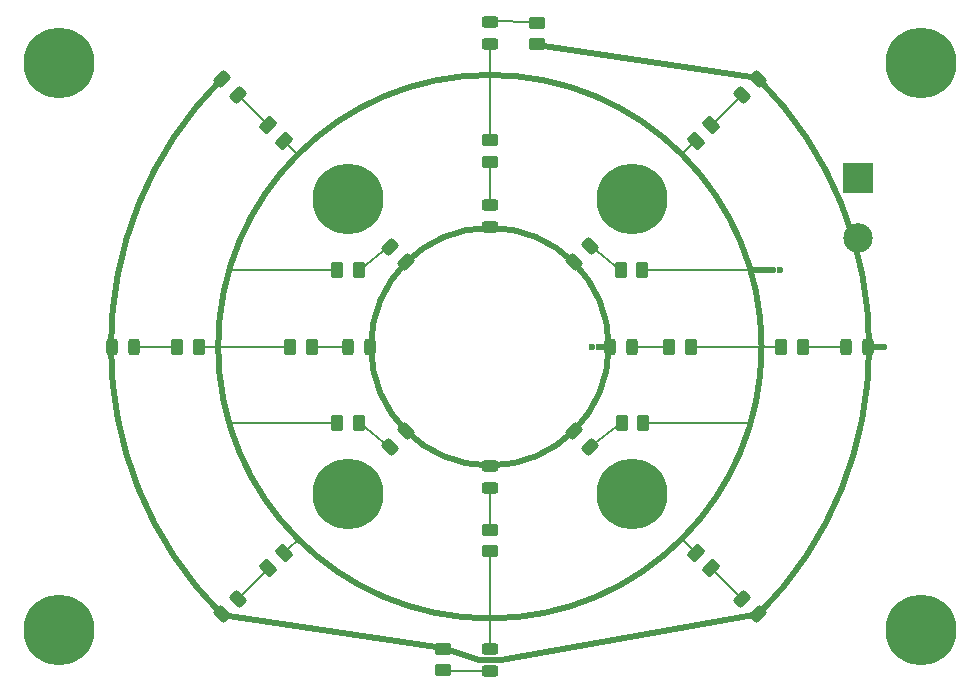
<source format=gtl>
%TF.GenerationSoftware,KiCad,Pcbnew,8.0.7*%
%TF.CreationDate,2025-01-15T23:21:58+00:00*%
%TF.ProjectId,PNP Camera,504e5020-4361-46d6-9572-612e6b696361,rev?*%
%TF.SameCoordinates,Original*%
%TF.FileFunction,Copper,L1,Top*%
%TF.FilePolarity,Positive*%
%FSLAX46Y46*%
G04 Gerber Fmt 4.6, Leading zero omitted, Abs format (unit mm)*
G04 Created by KiCad (PCBNEW 8.0.7) date 2025-01-15 23:21:58*
%MOMM*%
%LPD*%
G01*
G04 APERTURE LIST*
G04 Aperture macros list*
%AMRoundRect*
0 Rectangle with rounded corners*
0 $1 Rounding radius*
0 $2 $3 $4 $5 $6 $7 $8 $9 X,Y pos of 4 corners*
0 Add a 4 corners polygon primitive as box body*
4,1,4,$2,$3,$4,$5,$6,$7,$8,$9,$2,$3,0*
0 Add four circle primitives for the rounded corners*
1,1,$1+$1,$2,$3*
1,1,$1+$1,$4,$5*
1,1,$1+$1,$6,$7*
1,1,$1+$1,$8,$9*
0 Add four rect primitives between the rounded corners*
20,1,$1+$1,$2,$3,$4,$5,0*
20,1,$1+$1,$4,$5,$6,$7,0*
20,1,$1+$1,$6,$7,$8,$9,0*
20,1,$1+$1,$8,$9,$2,$3,0*%
G04 Aperture macros list end*
%TA.AperFunction,Conductor*%
%ADD10C,0.500000*%
%TD*%
%TA.AperFunction,Conductor*%
%ADD11C,0.200000*%
%TD*%
%TA.AperFunction,NonConductor*%
%ADD12C,0.200000*%
%TD*%
%TA.AperFunction,SMDPad,CuDef*%
%ADD13RoundRect,0.243750X0.243750X0.456250X-0.243750X0.456250X-0.243750X-0.456250X0.243750X-0.456250X0*%
%TD*%
%TA.AperFunction,SMDPad,CuDef*%
%ADD14RoundRect,0.243750X-0.150260X0.494975X-0.494975X0.150260X0.150260X-0.494975X0.494975X-0.150260X0*%
%TD*%
%TA.AperFunction,SMDPad,CuDef*%
%ADD15RoundRect,0.250000X-0.450000X0.262500X-0.450000X-0.262500X0.450000X-0.262500X0.450000X0.262500X0*%
%TD*%
%TA.AperFunction,ComponentPad*%
%ADD16C,6.000000*%
%TD*%
%TA.AperFunction,SMDPad,CuDef*%
%ADD17RoundRect,0.243750X0.456250X-0.243750X0.456250X0.243750X-0.456250X0.243750X-0.456250X-0.243750X0*%
%TD*%
%TA.AperFunction,SMDPad,CuDef*%
%ADD18RoundRect,0.250000X-0.262500X-0.450000X0.262500X-0.450000X0.262500X0.450000X-0.262500X0.450000X0*%
%TD*%
%TA.AperFunction,SMDPad,CuDef*%
%ADD19RoundRect,0.243750X-0.494975X-0.150260X-0.150260X-0.494975X0.494975X0.150260X0.150260X0.494975X0*%
%TD*%
%TA.AperFunction,SMDPad,CuDef*%
%ADD20RoundRect,0.243750X0.150260X-0.494975X0.494975X-0.150260X-0.150260X0.494975X-0.494975X0.150260X0*%
%TD*%
%TA.AperFunction,SMDPad,CuDef*%
%ADD21RoundRect,0.243750X0.494975X0.150260X0.150260X0.494975X-0.494975X-0.150260X-0.150260X-0.494975X0*%
%TD*%
%TA.AperFunction,SMDPad,CuDef*%
%ADD22RoundRect,0.250000X0.262500X0.450000X-0.262500X0.450000X-0.262500X-0.450000X0.262500X-0.450000X0*%
%TD*%
%TA.AperFunction,SMDPad,CuDef*%
%ADD23RoundRect,0.250000X0.450000X-0.262500X0.450000X0.262500X-0.450000X0.262500X-0.450000X-0.262500X0*%
%TD*%
%TA.AperFunction,SMDPad,CuDef*%
%ADD24RoundRect,0.250000X0.503814X0.132583X0.132583X0.503814X-0.503814X-0.132583X-0.132583X-0.503814X0*%
%TD*%
%TA.AperFunction,SMDPad,CuDef*%
%ADD25RoundRect,0.250000X-0.132583X0.503814X-0.503814X0.132583X0.132583X-0.503814X0.503814X-0.132583X0*%
%TD*%
%TA.AperFunction,SMDPad,CuDef*%
%ADD26RoundRect,0.250000X-0.503814X-0.132583X-0.132583X-0.503814X0.503814X0.132583X0.132583X0.503814X0*%
%TD*%
%TA.AperFunction,SMDPad,CuDef*%
%ADD27RoundRect,0.243750X-0.456250X0.243750X-0.456250X-0.243750X0.456250X-0.243750X0.456250X0.243750X0*%
%TD*%
%TA.AperFunction,SMDPad,CuDef*%
%ADD28RoundRect,0.243750X-0.243750X-0.456250X0.243750X-0.456250X0.243750X0.456250X-0.243750X0.456250X0*%
%TD*%
%TA.AperFunction,SMDPad,CuDef*%
%ADD29RoundRect,0.250000X0.132583X-0.503814X0.503814X-0.132583X-0.132583X0.503814X-0.503814X0.132583X0*%
%TD*%
%TA.AperFunction,ComponentPad*%
%ADD30R,2.500000X2.500000*%
%TD*%
%TA.AperFunction,ComponentPad*%
%ADD31C,2.500000*%
%TD*%
%TA.AperFunction,ViaPad*%
%ADD32C,0.600000*%
%TD*%
%ADD33C,0.300000*%
%ADD34C,0.350000*%
G04 APERTURE END LIST*
D10*
%TO.N,GND*%
X121950000Y-95000002D02*
X143813141Y-91100859D01*
X120050000Y-95000001D02*
X121950000Y-95000002D01*
X117000000Y-94000000D02*
X120050000Y-95000001D01*
D11*
%TO.N,VCC*%
X145573815Y-68500002D02*
X144005434Y-68500000D01*
X103607107Y-85892893D02*
X104650000Y-84925000D01*
D10*
%TO.N,GND*%
X98321030Y-91207107D02*
G75*
G02*
X98321030Y-45792893I22707110J22707107D01*
G01*
D12*
X94426185Y-68500002D02*
X91075000Y-68500000D01*
X121000001Y-40937501D02*
X125000000Y-41000000D01*
D11*
%TO.N,Net-(D1-A)*%
X132000000Y-62000000D02*
X129527107Y-59962893D01*
%TO.N,VCC*%
X108000000Y-62000000D02*
X99000000Y-62000000D01*
X121000000Y-50912500D02*
X121000000Y-45494566D01*
X104000000Y-68500000D02*
X97994566Y-68500000D01*
X121000000Y-85912500D02*
X121000000Y-91505434D01*
X134000000Y-62000000D02*
X143000000Y-62000000D01*
X138392893Y-51107107D02*
X137300000Y-52225000D01*
D12*
X121000000Y-56432028D02*
X121000000Y-52912500D01*
X121000000Y-80567973D02*
X121000000Y-83912500D01*
D10*
%TO.N,GND*%
X117000000Y-94000000D02*
X98292893Y-91207107D01*
D12*
X121000000Y-96000002D02*
X117000000Y-96000000D01*
D11*
%TO.N,VCC*%
X103607107Y-51107107D02*
X104675000Y-52150000D01*
X108000000Y-75000000D02*
X99000000Y-75000000D01*
D12*
X139807107Y-49692893D02*
X142400000Y-47100000D01*
X102192893Y-87307107D02*
X99550000Y-89950000D01*
D11*
%TO.N,GND*%
X147573815Y-68500002D02*
X151100000Y-68500000D01*
D10*
X143707107Y-45792893D02*
X125000000Y-43000000D01*
D12*
X112492893Y-77007107D02*
X110000000Y-75000000D01*
D10*
%TO.N,VCC*%
X144005434Y-68500000D02*
G75*
G02*
X97994566Y-68500000I-23005434J0D01*
G01*
X97994566Y-68500000D02*
G75*
G02*
X144005434Y-68500000I23005434J0D01*
G01*
D12*
X139900000Y-87400000D02*
X142200000Y-89700000D01*
D11*
X121000000Y-94073817D02*
X121000000Y-91505434D01*
D10*
%TO.N,GND*%
X143707107Y-45792893D02*
G75*
G02*
X143707107Y-91207107I-22707107J-22707107D01*
G01*
D11*
%TO.N,VCC*%
X138087500Y-68500000D02*
X144005434Y-68500000D01*
D12*
X110000000Y-62000000D02*
X112492893Y-59992893D01*
X108932028Y-68500000D02*
X106000000Y-68500000D01*
X132087500Y-75000000D02*
X129507107Y-77007107D01*
X133067973Y-68500000D02*
X136087500Y-68500000D01*
D11*
X134087500Y-75000000D02*
X143000000Y-75000000D01*
D10*
%TO.N,GND*%
X131067235Y-68500000D02*
G75*
G02*
X110932765Y-68500000I-10067235J0D01*
G01*
X110932765Y-68500000D02*
G75*
G02*
X131067235Y-68500000I10067235J0D01*
G01*
D11*
%TO.N,VCC*%
X138392893Y-85892893D02*
X137200000Y-84700000D01*
X121000000Y-42926187D02*
X121000000Y-45494566D01*
D12*
X102192893Y-49692893D02*
X99550000Y-47100000D01*
D11*
X96426185Y-68500002D02*
X97994566Y-68500000D01*
%TD*%
D13*
%TO.P,D1,1,K*%
%TO.N,N/C*%
X110869529Y-68499999D03*
%TO.P,D1,2,A*%
X108994527Y-68500001D03*
%TD*%
D14*
%TO.P,D1,1,K*%
%TO.N,N/C*%
X143662913Y-45837086D03*
%TO.P,D1,2,A*%
X142337087Y-47162914D03*
%TD*%
D15*
%TO.P,R1,1*%
%TO.N,N/C*%
X117000000Y-94087500D03*
%TO.P,R1,2*%
X117000000Y-95912500D03*
%TD*%
D16*
%TO.P,,1*%
%TO.N,N/C*%
X133000000Y-81000000D03*
%TD*%
D17*
%TO.P,D1,1,K*%
%TO.N,N/C*%
X121000001Y-58369529D03*
%TO.P,D1,2,A*%
X120999999Y-56494527D03*
%TD*%
D18*
%TO.P,R1,1*%
%TO.N,N/C*%
X136175000Y-68500000D03*
%TO.P,R1,2*%
X138000000Y-68500000D03*
%TD*%
D19*
%TO.P,D1,1,K*%
%TO.N,N/C*%
X98337086Y-45837087D03*
%TO.P,D1,2,A*%
X99662914Y-47162913D03*
%TD*%
D14*
%TO.P,D1,1,K*%
%TO.N,N/C*%
X113862913Y-75637086D03*
%TO.P,D1,2,A*%
X112537087Y-76962914D03*
%TD*%
D20*
%TO.P,D1,1,K*%
%TO.N,N/C*%
X98337087Y-91162914D03*
%TO.P,D1,2,A*%
X99662913Y-89837086D03*
%TD*%
D16*
%TO.P,,1*%
%TO.N,N/C*%
X133000000Y-56000000D03*
%TD*%
D15*
%TO.P,R1,1*%
%TO.N,N/C*%
X121000000Y-84000000D03*
%TO.P,R1,2*%
X121000000Y-85825000D03*
%TD*%
D21*
%TO.P,D1,1,K*%
%TO.N,N/C*%
X143662914Y-91162913D03*
%TO.P,D1,2,A*%
X142337086Y-89837087D03*
%TD*%
D22*
%TO.P,R1,1*%
%TO.N,N/C*%
X105912500Y-68500000D03*
%TO.P,R1,2*%
X104087500Y-68500000D03*
%TD*%
D16*
%TO.P,,1*%
%TO.N,N/C*%
X157500000Y-92500000D03*
%TD*%
%TO.P,,1*%
%TO.N,N/C*%
X84500000Y-92500000D03*
%TD*%
D23*
%TO.P,R1,1*%
%TO.N,N/C*%
X125000000Y-42912500D03*
%TO.P,R1,2*%
X125000000Y-41087500D03*
%TD*%
D22*
%TO.P,R1,1*%
%TO.N,N/C*%
X109912500Y-62000000D03*
%TO.P,R1,2*%
X108087500Y-62000000D03*
%TD*%
D16*
%TO.P,,1*%
%TO.N,N/C*%
X109000000Y-56000000D03*
%TD*%
D24*
%TO.P,R1,1*%
%TO.N,N/C*%
X103545235Y-51045235D03*
%TO.P,R1,2*%
X102254765Y-49754765D03*
%TD*%
D16*
%TO.P,,1*%
%TO.N,N/C*%
X157500000Y-44500000D03*
%TD*%
D25*
%TO.P,R1,1*%
%TO.N,N/C*%
X103545235Y-85954765D03*
%TO.P,R1,2*%
X102254765Y-87245235D03*
%TD*%
D19*
%TO.P,D1,1,K*%
%TO.N,N/C*%
X128137086Y-75637087D03*
%TO.P,D1,2,A*%
X129462914Y-76962913D03*
%TD*%
D18*
%TO.P,R1,1*%
%TO.N,N/C*%
X132175000Y-75000000D03*
%TO.P,R1,2*%
X134000000Y-75000000D03*
%TD*%
D22*
%TO.P,R1,1*%
%TO.N,N/C*%
X147486315Y-68500002D03*
%TO.P,R1,2*%
X145661315Y-68500002D03*
%TD*%
D26*
%TO.P,R1,1*%
%TO.N,N/C*%
X138454765Y-85954765D03*
%TO.P,R1,2*%
X139745235Y-87245235D03*
%TD*%
D22*
%TO.P,R1,1*%
%TO.N,N/C*%
X96338685Y-68500002D03*
%TO.P,R1,2*%
X94513685Y-68500002D03*
%TD*%
D27*
%TO.P,D1,1,K*%
%TO.N,N/C*%
X121000000Y-41000000D03*
%TO.P,D1,2,A*%
X121000002Y-42875002D03*
%TD*%
D16*
%TO.P,,1*%
%TO.N,N/C*%
X109000000Y-81000000D03*
%TD*%
D28*
%TO.P,D1,1,K*%
%TO.N,N/C*%
X88977937Y-68500001D03*
%TO.P,D1,2,A*%
X90852939Y-68499999D03*
%TD*%
D21*
%TO.P,D1,1,K*%
%TO.N,N/C*%
X113862914Y-61362913D03*
%TO.P,D1,2,A*%
X112537086Y-60037087D03*
%TD*%
D13*
%TO.P,D1,1,K*%
%TO.N,GND*%
X153022063Y-68499999D03*
%TO.P,D1,2,A*%
%TO.N,N/C*%
X151147061Y-68500001D03*
%TD*%
D22*
%TO.P,R1,1*%
%TO.N,N/C*%
X109912500Y-75000000D03*
%TO.P,R1,2*%
X108087500Y-75000000D03*
%TD*%
D17*
%TO.P,D1,1,K*%
%TO.N,N/C*%
X121000001Y-95937502D03*
%TO.P,D1,2,A*%
X120999999Y-94062500D03*
%TD*%
D28*
%TO.P,D1,1,K*%
%TO.N,GND*%
X131130471Y-68500001D03*
%TO.P,D1,2,A*%
%TO.N,N/C*%
X133005473Y-68499999D03*
%TD*%
D18*
%TO.P,R1,1*%
%TO.N,Net-(D1-A)*%
X132087500Y-62000000D03*
%TO.P,R1,2*%
%TO.N,VCC*%
X133912500Y-62000000D03*
%TD*%
D20*
%TO.P,D1,1,K*%
%TO.N,GND*%
X128157087Y-61332914D03*
%TO.P,D1,2,A*%
%TO.N,Net-(D1-A)*%
X129482913Y-60007086D03*
%TD*%
D29*
%TO.P,R1,1*%
%TO.N,N/C*%
X138454765Y-51045235D03*
%TO.P,R1,2*%
X139745235Y-49754765D03*
%TD*%
D16*
%TO.P,REF\u002A\u002A,1*%
%TO.N,N/C*%
X84500000Y-44500000D03*
%TD*%
D27*
%TO.P,D1,1,K*%
%TO.N,N/C*%
X120999999Y-78630471D03*
%TO.P,D1,2,A*%
X121000001Y-80505473D03*
%TD*%
D23*
%TO.P,R1,1*%
%TO.N,N/C*%
X121000000Y-52825000D03*
%TO.P,R1,2*%
X121000000Y-51000000D03*
%TD*%
D30*
%TO.P,J1,1,Pin_1*%
%TO.N,VCC*%
X152175000Y-54205000D03*
D31*
%TO.P,J1,2,Pin_2*%
%TO.N,GND*%
X152175000Y-59285000D03*
%TD*%
D32*
%TO.N,GND*%
X130275000Y-68500000D03*
X153775000Y-68500000D03*
X154375000Y-68500000D03*
X129675000Y-68500000D03*
%TO.N,VCC*%
X145550000Y-62000000D03*
X144950000Y-62000000D03*
%TD*%
D11*
%TO.N,GND*%
X131130470Y-68500000D02*
X131130471Y-68500001D01*
D10*
X154375000Y-68500000D02*
X153959563Y-68500000D01*
X130275000Y-68500000D02*
X131130470Y-68500000D01*
X153775000Y-68500000D02*
X153022064Y-68500000D01*
X153022064Y-68500000D02*
X153022063Y-68499999D01*
%TO.N,VCC*%
X143000000Y-62000000D02*
X144950000Y-62000000D01*
%TD*%
D33*
X130275000Y-68500000D03*
X153775000Y-68500000D03*
X154375000Y-68500000D03*
X129675000Y-68500000D03*
X145550000Y-62000000D03*
X144950000Y-62000000D03*
D34*
X133000000Y-81000000D03*
X133000000Y-56000000D03*
X157500000Y-92500000D03*
X84500000Y-92500000D03*
X109000000Y-56000000D03*
X157500000Y-44500000D03*
X109000000Y-81000000D03*
X84500000Y-44500000D03*
X152175000Y-54205000D03*
X152175000Y-59285000D03*
M02*

</source>
